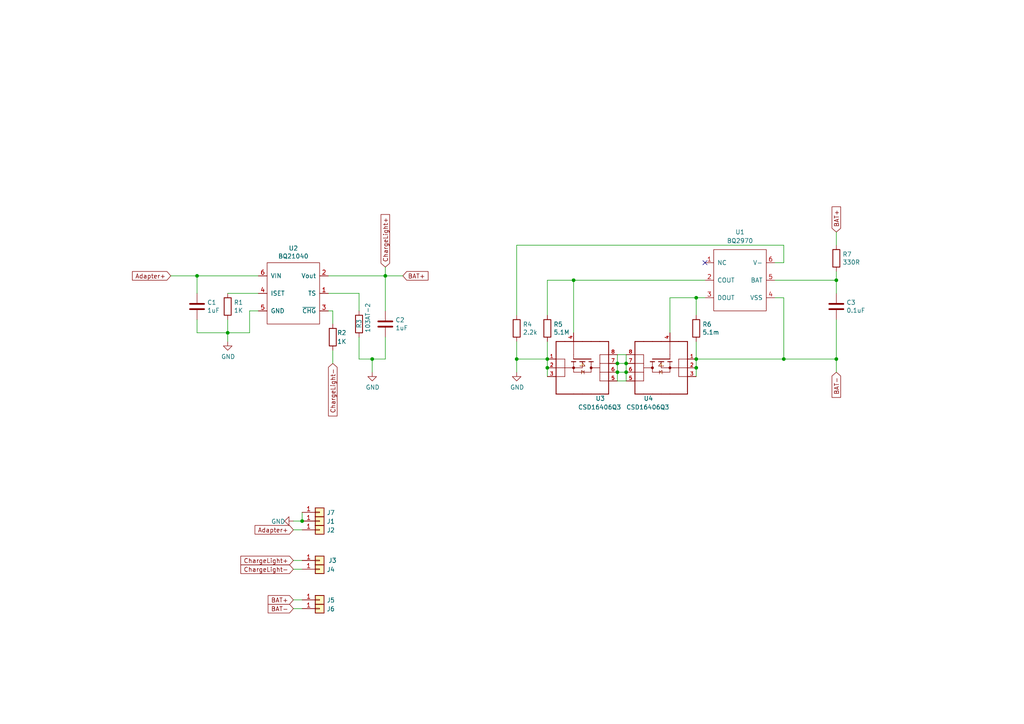
<source format=kicad_sch>
(kicad_sch (version 20211123) (generator eeschema)
  (paper "A4")
  (lib_symbols
    (symbol "BQ21040:BQ21040" (pin_names (offset 1.016))
      (property "Reference" "U" (at 0 12.7 0))
      (property "Value" "BQ21040" (at 0 10.16 0))
      (symbol "BQ21040_1_1"
        (rectangle (start -7.62 8.89) (end 7.62 -8.89))
        (pin input line (at 10.16 0 180) (length 2.54) (name "TS") (number "1"))
        (pin input line (at 10.16 5.08 180) (length 2.54) (name "Vout") (number "2"))
        (pin input line (at 10.16 -5.08 180) (length 2.54) (name "~{CHG}") (number "3"))
        (pin input line (at -10.16 0 0) (length 2.54) (name "ISET") (number "4"))
        (pin passive line (at -10.16 -5.08 0) (length 2.54) (name "GND") (number "5"))
        (pin input line (at -10.16 5.08 0) (length 2.54) (name "VIN") (number "6"))
      )
    )
    (symbol "BQ2970:BQ2970" (pin_names (offset 1.016))
      (property "Reference" "U" (at 0 10.16 0))
      (property "Value" "BQ2970" (at 0 10.16 0))
      (symbol "BQ2970_1_1"
        (rectangle (start -7.62 8.89) (end 7.62 -8.89))
        (pin input line (at -10.16 5.08 0) (length 2.54) (name "NC") (number "1"))
        (pin input line (at -10.16 0 0) (length 2.54) (name "COUT") (number "2"))
        (pin passive line (at -10.16 -5.08 0) (length 2.54) (name "DOUT") (number "3"))
        (pin input line (at 10.16 -5.08 180) (length 2.54) (name "VSS") (number "4"))
        (pin input line (at 10.16 0 180) (length 2.54) (name "BAT") (number "5"))
        (pin input line (at 10.16 5.08 180) (length 2.54) (name "V-") (number "6"))
      )
    )
    (symbol "CSD16406Q3:CSD16406Q3" (pin_names (offset 1.016))
      (property "Reference" "U" (at 0 16.51 0))
      (property "Value" "CSD16406Q3" (at 0 16.51 0))
      (symbol "CSD16406Q3_1_1"
        (circle (center 0 -2.54) (radius 0.2032) (stroke (width 0.4064)))
        (polyline (pts (xy -7.62 -7.62) (xy -7.62 -5.08)) (stroke (width 0.254)))
        (polyline (pts (xy -7.62 -5.08) (xy -7.62 0)) (stroke (width 0.254)))
        (polyline (pts (xy -7.62 -2.54) (xy -3.81 -2.54)) (stroke (width 0.1524)))
        (polyline (pts (xy -7.62 0) (xy -7.62 2.54)) (stroke (width 0.254)))
        (polyline (pts (xy -7.62 2.54) (xy -7.62 5.08)) (stroke (width 0.254)))
        (polyline (pts (xy -7.62 5.08) (xy -7.62 7.62)) (stroke (width 0.254)))
        (polyline (pts (xy -7.62 7.62) (xy 7.62 7.62)) (stroke (width 0.254)))
        (polyline (pts (xy -3.81 -2.54) (xy -2.54 -2.54)) (stroke (width 0.1524)))
        (polyline (pts (xy -3.81 5.08) (xy -3.81 7.62)) (stroke (width 0.1524)))
        (polyline (pts (xy -2.54 -7.62) (xy -2.54 -5.08)) (stroke (width 0.1524)))
        (polyline (pts (xy -2.54 -5.08) (xy 0 -5.08)) (stroke (width 0.1524)))
        (polyline (pts (xy -2.54 2.54) (xy -2.54 -2.54)) (stroke (width 0.254)))
        (polyline (pts (xy -1.778 -2.54) (xy -1.778 -3.175)) (stroke (width 0.254)))
        (polyline (pts (xy -1.778 -1.905) (xy -1.778 -2.54)) (stroke (width 0.254)))
        (polyline (pts (xy -1.778 0) (xy -1.778 -0.762)) (stroke (width 0.254)))
        (polyline (pts (xy -1.778 0) (xy 0 0)) (stroke (width 0.1524)))
        (polyline (pts (xy -1.778 0.762) (xy -1.778 0)) (stroke (width 0.254)))
        (polyline (pts (xy -1.778 2.54) (xy -1.778 1.905)) (stroke (width 0.254)))
        (polyline (pts (xy -1.778 2.54) (xy 0 2.54)) (stroke (width 0.1524)))
        (polyline (pts (xy -1.778 3.175) (xy -1.778 2.54)) (stroke (width 0.254)))
        (polyline (pts (xy -1.27 5.08) (xy -3.81 5.08)) (stroke (width 0.1524)))
        (polyline (pts (xy -1.27 5.08) (xy -1.27 7.62)) (stroke (width 0.1524)))
        (polyline (pts (xy 0 -7.62) (xy 0 -5.08)) (stroke (width 0.1524)))
        (polyline (pts (xy 0 -5.08) (xy 2.54 -5.08)) (stroke (width 0.1524)))
        (polyline (pts (xy 0 -3.81) (xy 0 -5.08)))
        (polyline (pts (xy 0 -3.81) (xy 0 -2.54)) (stroke (width 0.1524)))
        (polyline (pts (xy 0 -2.54) (xy -1.778 -2.54)) (stroke (width 0.1524)))
        (polyline (pts (xy 0 -2.54) (xy 1.27 -2.54)) (stroke (width 0.1524)))
        (polyline (pts (xy 0 0) (xy 0 -2.54)) (stroke (width 0.1524)))
        (polyline (pts (xy 0 2.54) (xy 1.27 2.54)) (stroke (width 0.1524)))
        (polyline (pts (xy 0 5.08) (xy 0 2.54)) (stroke (width 0.1524)))
        (polyline (pts (xy 1.27 0.508) (xy 0.762 0.508)) (stroke (width 0.1524)))
        (polyline (pts (xy 1.27 0.508) (xy 1.27 -2.54)) (stroke (width 0.1524)))
        (polyline (pts (xy 1.27 2.54) (xy 1.27 0.508)) (stroke (width 0.1524)))
        (polyline (pts (xy 1.27 5.08) (xy -1.27 5.08)) (stroke (width 0.1524)))
        (polyline (pts (xy 1.27 5.08) (xy 1.27 7.62)) (stroke (width 0.1524)))
        (polyline (pts (xy 1.778 0.508) (xy 1.27 0.508)) (stroke (width 0.1524)))
        (polyline (pts (xy 2.54 -5.08) (xy 2.54 -7.62)) (stroke (width 0.1524)))
        (polyline (pts (xy 3.81 5.08) (xy 1.27 5.08)) (stroke (width 0.1524)))
        (polyline (pts (xy 3.81 5.08) (xy 3.81 7.62)) (stroke (width 0.1524)))
        (polyline (pts (xy 7.62 -7.62) (xy -7.62 -7.62)) (stroke (width 0.254)))
        (polyline (pts (xy 7.62 -2.54) (xy 7.62 -7.62)) (stroke (width 0.254)))
        (polyline (pts (xy 7.62 0) (xy 7.62 -2.54)) (stroke (width 0.254)))
        (polyline (pts (xy 7.62 2.54) (xy 7.62 0)) (stroke (width 0.254)))
        (polyline (pts (xy 7.62 5.08) (xy 7.62 2.54)) (stroke (width 0.254)))
        (polyline (pts (xy 7.62 7.62) (xy 7.62 5.08)) (stroke (width 0.254)))
        (polyline (pts (xy -1.524 0) (xy -0.508 0.762) (xy -0.508 -0.762)) (stroke (width 0.1524)) (fill (type background)))
        (polyline (pts (xy 1.27 0.508) (xy 0.762 -0.254) (xy 1.778 -0.254)) (stroke (width 0.1524)) (fill (type background)))
        (circle (center 0 2.54) (radius 0.2032) (stroke (width 0.4064)))
        (pin passive line (at -2.54 -10.16 90) (length 2.54) (name "~") (number "1"))
        (pin passive line (at 0 -10.16 90) (length 2.54) (name "~") (number "2"))
        (pin passive line (at 2.54 -10.16 90) (length 2.54) (name "~") (number "3"))
        (pin passive line (at -10.16 -2.54 0) (length 2.54) (name "~") (number "4"))
        (pin passive line (at 3.81 10.16 270) (length 2.54) (name "~") (number "5"))
        (pin passive line (at 1.27 10.16 270) (length 2.54) (name "~") (number "6"))
        (pin passive line (at -1.27 10.16 270) (length 2.54) (name "~") (number "7"))
        (pin passive line (at -3.81 10.16 270) (length 2.54) (name "~") (number "8"))
      )
    )
    (symbol "Connector_Generic:Conn_01x01" (pin_names (offset 1.016) hide)
      (property "Reference" "J" (at 0 2.54 0))
      (property "Value" "Conn_01x01" (at 0 -2.54 0))
      (symbol "Conn_01x01_1_1"
        (rectangle (start -1.27 0.127) (end 0 -0.127) (stroke (width 0.1524)))
        (rectangle (start -1.27 1.27) (end 1.27 -1.27) (stroke (width 0.254)) (fill (type background)))
        (pin passive line (at -5.08 0 0) (length 3.81) (name "Pin_1") (number "1"))
      )
    )
    (symbol "Device:C" (pin_numbers hide) (pin_names (offset 0.254))
      (property "Reference" "C" (at 0.635 2.54 0))
      (property "Value" "C" (at 0.635 -2.54 0))
      (symbol "C_0_1"
        (polyline (pts (xy -2.032 -0.762) (xy 2.032 -0.762)) (stroke (width 0.508)))
        (polyline (pts (xy -2.032 0.762) (xy 2.032 0.762)) (stroke (width 0.508)))
      )
      (symbol "C_1_1"
        (pin passive line (at 0 3.81 270) (length 2.794) (name "~") (number "1"))
        (pin passive line (at 0 -3.81 90) (length 2.794) (name "~") (number "2"))
      )
    )
    (symbol "Device:R" (pin_numbers hide) (pin_names (offset 0))
      (property "Reference" "R" (at 2.032 0 90))
      (property "Value" "R" (at 0 0 90))
      (symbol "R_0_1"
        (rectangle (start -1.016 -2.54) (end 1.016 2.54) (stroke (width 0.254)))
      )
      (symbol "R_1_1"
        (pin passive line (at 0 3.81 270) (length 1.27) (name "~") (number "1"))
        (pin passive line (at 0 -3.81 90) (length 1.27) (name "~") (number "2"))
      )
    )
    (symbol "power:GND" (power) (pin_names (offset 0))
      (property "Value" "GND" (at 0 -3.81 0))
      (symbol "GND_0_1"
        (polyline (pts (xy 0 0) (xy 0 -1.27) (xy 1.27 -1.27) (xy 0 -2.54) (xy -1.27 -1.27) (xy 0 -1.27)))
      )
      (symbol "GND_1_1"
        (pin power_in line (at 0 0 270) (length 0) hide (name "GND") (number "1"))
      )
    )
  )
  (junction (at 158.75 106.68))
  (junction (at 166.37 81.28))
  (junction (at 179.07 105.41))
  (junction (at 227.33 104.14))
  (junction (at 242.57 104.14))
  (junction (at 158.75 104.14))
  (junction (at 107.95 104.14))
  (junction (at 201.93 86.36))
  (junction (at 201.93 106.68))
  (junction (at 179.07 107.95))
  (junction (at 87.63 151.13))
  (junction (at 181.61 107.95))
  (junction (at 242.57 81.28))
  (junction (at 201.93 104.14))
  (junction (at 111.76 80.01))
  (junction (at 181.61 105.41))
  (junction (at 149.86 104.14))
  (junction (at 66.04 96.52))
  (junction (at 57.15 80.01))
  (no_connect (at 204.47 76.2))
  (wire (pts (xy 181.61 102.87) (xy 181.61 105.41)))
  (wire (pts (xy 95.25 85.09) (xy 104.14 85.09)))
  (wire (pts (xy 149.86 99.06) (xy 149.86 104.14)))
  (wire (pts (xy 104.14 97.79) (xy 104.14 104.14)))
  (wire (pts (xy 242.57 81.28) (xy 242.57 85.09)))
  (wire (pts (xy 87.63 165.1) (xy 85.09 165.1)))
  (wire (pts (xy 227.33 86.36) (xy 224.79 86.36)))
  (wire (pts (xy 242.57 67.31) (xy 242.57 71.12)))
  (wire (pts (xy 158.75 104.14) (xy 158.75 106.68)))
  (wire (pts (xy 224.79 81.28) (xy 242.57 81.28)))
  (wire (pts (xy 227.33 86.36) (xy 227.33 104.14)))
  (wire (pts (xy 179.07 107.95) (xy 181.61 107.95)))
  (wire (pts (xy 179.07 105.41) (xy 181.61 105.41)))
  (wire (pts (xy 57.15 96.52) (xy 66.04 96.52)))
  (wire (pts (xy 181.61 105.41) (xy 181.61 107.95)))
  (wire (pts (xy 158.75 91.44) (xy 158.75 81.28)))
  (wire (pts (xy 149.86 104.14) (xy 149.86 107.95)))
  (wire (pts (xy 111.76 104.14) (xy 107.95 104.14)))
  (wire (pts (xy 158.75 81.28) (xy 166.37 81.28)))
  (wire (pts (xy 204.47 81.28) (xy 166.37 81.28)))
  (wire (pts (xy 87.63 148.59) (xy 87.63 151.13)))
  (wire (pts (xy 111.76 97.79) (xy 111.76 104.14)))
  (wire (pts (xy 201.93 106.68) (xy 201.93 109.22)))
  (wire (pts (xy 57.15 92.71) (xy 57.15 96.52)))
  (wire (pts (xy 179.07 110.49) (xy 181.61 110.49)))
  (wire (pts (xy 74.93 80.01) (xy 57.15 80.01)))
  (wire (pts (xy 179.07 105.41) (xy 179.07 107.95)))
  (wire (pts (xy 179.07 107.95) (xy 179.07 110.49)))
  (wire (pts (xy 72.39 90.17) (xy 72.39 96.52)))
  (wire (pts (xy 87.63 153.67) (xy 85.09 153.67)))
  (wire (pts (xy 104.14 85.09) (xy 104.14 90.17)))
  (wire (pts (xy 116.84 80.01) (xy 111.76 80.01)))
  (wire (pts (xy 166.37 81.28) (xy 166.37 96.52)))
  (wire (pts (xy 95.25 80.01) (xy 111.76 80.01)))
  (wire (pts (xy 227.33 76.2) (xy 227.33 71.12)))
  (wire (pts (xy 242.57 92.71) (xy 242.57 104.14)))
  (wire (pts (xy 201.93 99.06) (xy 201.93 104.14)))
  (wire (pts (xy 57.15 80.01) (xy 57.15 85.09)))
  (wire (pts (xy 66.04 96.52) (xy 66.04 99.06)))
  (wire (pts (xy 85.09 162.56) (xy 87.63 162.56)))
  (wire (pts (xy 158.75 99.06) (xy 158.75 104.14)))
  (wire (pts (xy 224.79 76.2) (xy 227.33 76.2)))
  (wire (pts (xy 87.63 176.53) (xy 85.09 176.53)))
  (wire (pts (xy 242.57 81.28) (xy 242.57 78.74)))
  (wire (pts (xy 242.57 104.14) (xy 227.33 104.14)))
  (wire (pts (xy 194.31 86.36) (xy 194.31 96.52)))
  (wire (pts (xy 85.09 173.99) (xy 87.63 173.99)))
  (wire (pts (xy 227.33 71.12) (xy 149.86 71.12)))
  (wire (pts (xy 85.09 151.13) (xy 87.63 151.13)))
  (wire (pts (xy 158.75 104.14) (xy 149.86 104.14)))
  (wire (pts (xy 201.93 86.36) (xy 204.47 86.36)))
  (wire (pts (xy 74.93 85.09) (xy 66.04 85.09)))
  (wire (pts (xy 158.75 106.68) (xy 158.75 109.22)))
  (wire (pts (xy 96.52 101.6) (xy 96.52 105.41)))
  (wire (pts (xy 66.04 96.52) (xy 66.04 92.71)))
  (wire (pts (xy 242.57 107.95) (xy 242.57 104.14)))
  (wire (pts (xy 194.31 86.36) (xy 201.93 86.36)))
  (wire (pts (xy 201.93 91.44) (xy 201.93 86.36)))
  (wire (pts (xy 179.07 102.87) (xy 179.07 105.41)))
  (wire (pts (xy 149.86 71.12) (xy 149.86 91.44)))
  (wire (pts (xy 179.07 102.87) (xy 181.61 102.87)))
  (wire (pts (xy 96.52 90.17) (xy 96.52 93.98)))
  (wire (pts (xy 181.61 107.95) (xy 181.61 110.49)))
  (wire (pts (xy 107.95 104.14) (xy 107.95 107.95)))
  (wire (pts (xy 72.39 96.52) (xy 66.04 96.52)))
  (wire (pts (xy 74.93 90.17) (xy 72.39 90.17)))
  (wire (pts (xy 201.93 104.14) (xy 227.33 104.14)))
  (wire (pts (xy 107.95 104.14) (xy 104.14 104.14)))
  (wire (pts (xy 57.15 80.01) (xy 49.53 80.01)))
  (wire (pts (xy 111.76 77.47) (xy 111.76 80.01)))
  (wire (pts (xy 201.93 104.14) (xy 201.93 106.68)))
  (wire (pts (xy 111.76 80.01) (xy 111.76 90.17)))
  (wire (pts (xy 95.25 90.17) (xy 96.52 90.17)))
  (global_label "ChargeLight-" (shape input) (at 96.52 105.41 270) (property "Intersheet References" "${INTERSHEET_REFS}" (effects hide)))
  (global_label "BAT-" (shape input) (at 242.57 107.95 270) (property "Intersheet References" "${INTERSHEET_REFS}" (effects hide)))
  (global_label "Adapter+" (shape input) (at 85.09 153.67 180) (property "Intersheet References" "${INTERSHEET_REFS}" (effects hide)))
  (global_label "BAT+" (shape input) (at 85.09 173.99 180) (property "Intersheet References" "${INTERSHEET_REFS}" (effects hide)))
  (global_label "Adapter+" (shape input) (at 49.53 80.01 180) (property "Intersheet References" "${INTERSHEET_REFS}" (effects hide)))
  (global_label "BAT+" (shape input) (at 242.57 67.31 90) (property "Intersheet References" "${INTERSHEET_REFS}" (effects hide)))
  (global_label "ChargeLight+" (shape input) (at 111.76 77.47 90) (property "Intersheet References" "${INTERSHEET_REFS}" (effects hide)))
  (global_label "ChargeLight-" (shape input) (at 85.09 165.1 180) (property "Intersheet References" "${INTERSHEET_REFS}" (effects hide)))
  (global_label "BAT-" (shape input) (at 85.09 176.53 180) (property "Intersheet References" "${INTERSHEET_REFS}" (effects hide)))
  (global_label "BAT+" (shape input) (at 116.84 80.01 0) (property "Intersheet References" "${INTERSHEET_REFS}" (effects hide)))
  (global_label "ChargeLight+" (shape input) (at 85.09 162.56 180) (property "Intersheet References" "${INTERSHEET_REFS}" (effects hide)))
  (symbol (lib_id "CSD16406Q3:CSD16406Q3") (at 168.91 106.68 270) (unit 1)
    (property "Reference" "U3" (at 172.72 115.57 90) (effects (justify left)))
    (property "Value" "CSD16406Q3" (at 167.64 118.11 90) (effects (justify left)))
    (property "Footprint" "CSD16406Q3:CSD16406Q3" (effects hide))
    (property "AVAILABILITY" "Good" (effects hide))
    (property "MOUSER-PURCHASE-URL" "https://snapeda.com/shop?store=Mouser&id=288071" (effects hide))
    (property "MF" "Texas Instruments" (effects hide))
    (property "DESCRIPTION" "25V, N ch NexFET MOSFET, single SON3x3, 7.4mOhm 8-VSON-CLIP -55 to 150" (effects hide))
    (property "TEXAS_INSTRUMENTS-PURCHASE-URL" "https://snapeda.com/shop?store=Texas+Instruments&id=288071" (effects hide))
    (property "PRICE" "None" (effects hide))
    (property "PACKAGE" "VSON-CLIP-8 Texas Instruments" (effects hide))
    (property "MP" "CSD16406Q3" (effects hide))
    (property "DIGIKEY-PURCHASE-URL" "https://snapeda.com/shop?store=DigiKey&id=288071" (effects hide))
  )
  (symbol (lib_id "BQ2970:BQ2970") (at 214.63 81.28 0) (unit 1)
    (property "Reference" "U1" (at 214.63 67.31 0))
    (property "Value" "BQ2970" (at 214.63 69.85 0))
    (property "Footprint" "Package_SON:WSON-6_1.5x1.5mm_P0.5mm" (effects hide))
  )
  (symbol (lib_id "BQ21040:BQ21040") (at 85.09 85.09 0) (unit 1)
    (property "Reference" "U2" (at 85.09 72.009 0))
    (property "Value" "BQ21040" (at 85.09 74.3204 0))
    (property "Footprint" "Package_TO_SOT_SMD:SOT-23-6" (effects hide))
  )
  (symbol (lib_id "CSD16406Q3:CSD16406Q3") (at 191.77 106.68 90) (mirror x) (unit 1)
    (property "Reference" "U4" (at 186.69 115.57 90) (effects (justify right)))
    (property "Value" "CSD16406Q3" (at 181.61 118.11 90) (effects (justify right)))
    (property "Footprint" "CSD16406Q3:CSD16406Q3" (effects hide))
    (property "AVAILABILITY" "Good" (effects hide))
    (property "MOUSER-PURCHASE-URL" "https://snapeda.com/shop?store=Mouser&id=288071" (effects hide))
    (property "MF" "Texas Instruments" (effects hide))
    (property "DESCRIPTION" "25V, N ch NexFET MOSFET, single SON3x3, 7.4mOhm 8-VSON-CLIP -55 to 150" (effects hide))
    (property "TEXAS_INSTRUMENTS-PURCHASE-URL" "https://snapeda.com/shop?store=Texas+Instruments&id=288071" (effects hide))
    (property "PRICE" "None" (effects hide))
    (property "PACKAGE" "VSON-CLIP-8 Texas Instruments" (effects hide))
    (property "MP" "CSD16406Q3" (effects hide))
    (property "DIGIKEY-PURCHASE-URL" "https://snapeda.com/shop?store=DigiKey&id=288071" (effects hide))
  )
  (symbol (lib_id "Device:C") (at 57.15 88.9 0) (unit 1)
    (property "Reference" "C1" (at 60.071 87.7316 0) (effects (justify left)))
    (property "Value" "1uF" (at 60.071 90.043 0) (effects (justify left)))
    (property "Footprint" "Capacitor_SMD:C_0603_1608Metric" (effects hide))
  )
  (symbol (lib_id "Device:R") (at 66.04 88.9 0) (unit 1)
    (property "Reference" "R1" (at 67.818 87.7316 0) (effects (justify left)))
    (property "Value" "1K" (at 67.818 90.043 0) (effects (justify left)))
    (property "Footprint" "Resistor_SMD:R_0402_1005Metric" (effects hide))
  )
  (symbol (lib_id "Device:R") (at 96.52 97.79 0) (unit 1)
    (property "Reference" "R2" (at 97.79 96.52 0) (effects (justify left)))
    (property "Value" "1K" (at 97.79 99.06 0) (effects (justify left)))
    (property "Footprint" "Resistor_SMD:R_0402_1005Metric" (effects hide))
  )
  (symbol (lib_id "Device:R") (at 104.14 93.98 0) (unit 1)
    (property "Reference" "R3" (at 104.14 95.25 90) (effects (justify left)))
    (property "Value" "103AT-2" (at 106.68 96.52 90) (effects (justify left)))
    (property "Footprint" "Resistor_THT:R_Axial_DIN0204_L3.6mm_D1.6mm_P1.90mm_Vertical" (effects hide))
  )
  (symbol (lib_id "Device:C") (at 111.76 93.98 0) (unit 1)
    (property "Reference" "C2" (at 114.681 92.8116 0) (effects (justify left)))
    (property "Value" "1uF" (at 114.681 95.123 0) (effects (justify left)))
    (property "Footprint" "Capacitor_SMD:C_0603_1608Metric" (effects hide))
  )
  (symbol (lib_id "Device:R") (at 158.75 95.25 0) (unit 1)
    (property "Reference" "R5" (at 160.528 94.0816 0) (effects (justify left)))
    (property "Value" "5.1M" (at 160.528 96.393 0) (effects (justify left)))
    (property "Footprint" "Resistor_SMD:R_0402_1005Metric" (effects hide))
  )
  (symbol (lib_id "Device:R") (at 201.93 95.25 0) (unit 1)
    (property "Reference" "R6" (at 203.708 94.0816 0) (effects (justify left)))
    (property "Value" "5.1m" (at 203.708 96.393 0) (effects (justify left)))
    (property "Footprint" "Resistor_SMD:R_0402_1005Metric" (effects hide))
  )
  (symbol (lib_id "Device:R") (at 149.86 95.25 0) (unit 1)
    (property "Reference" "R4" (at 151.638 94.0816 0) (effects (justify left)))
    (property "Value" "2.2k" (at 151.638 96.393 0) (effects (justify left)))
    (property "Footprint" "Resistor_SMD:R_0402_1005Metric" (effects hide))
  )
  (symbol (lib_id "Device:C") (at 242.57 88.9 0) (unit 1)
    (property "Reference" "C3" (at 245.491 87.7316 0) (effects (justify left)))
    (property "Value" "0.1uF" (at 245.491 90.043 0) (effects (justify left)))
    (property "Footprint" "Capacitor_SMD:C_0402_1005Metric" (effects hide))
  )
  (symbol (lib_id "Device:R") (at 242.57 74.93 0) (unit 1)
    (property "Reference" "R7" (at 244.348 73.7616 0) (effects (justify left)))
    (property "Value" "330R" (at 244.348 76.073 0) (effects (justify left)))
    (property "Footprint" "Resistor_SMD:R_0402_1005Metric" (effects hide))
  )
  (symbol (lib_id "Connector_Generic:Conn_01x01") (at 92.71 148.59 0) (unit 1)
    (property "Reference" "J7" (at 94.742 148.6916 0) (effects (justify left)))
    (property "Value" "Conn_01x01" (effects hide))
    (property "Footprint" "TestPoint:TestPoint_Pad_2.0x2.0mm" (effects hide))
  )
  (symbol (lib_id "Connector_Generic:Conn_01x01") (at 92.71 151.13 0) (unit 1)
    (property "Reference" "J1" (at 94.742 151.2316 0) (effects (justify left)))
    (property "Value" "Conn_01x01" (effects hide))
    (property "Footprint" "TestPoint:TestPoint_Pad_2.0x2.0mm" (effects hide))
  )
  (symbol (lib_id "Connector_Generic:Conn_01x01") (at 92.71 153.67 0) (unit 1)
    (property "Reference" "J2" (at 94.742 153.7716 0) (effects (justify left)))
    (property "Value" "Conn_01x01" (effects hide))
    (property "Footprint" "TestPoint:TestPoint_Pad_2.0x2.0mm" (effects hide))
  )
  (symbol (lib_id "Connector_Generic:Conn_01x01") (at 92.71 162.56 0) (unit 1)
    (property "Reference" "J3" (at 95.25 162.56 0) (effects (justify left)))
    (property "Value" "Conn_01x01" (effects hide))
    (property "Footprint" "TestPoint:TestPoint_Pad_2.0x2.0mm" (effects hide))
  )
  (symbol (lib_id "Connector_Generic:Conn_01x01") (at 92.71 165.1 0) (unit 1)
    (property "Reference" "J4" (at 94.742 165.2016 0) (effects (justify left)))
    (property "Value" "Conn_01x01" (effects hide))
    (property "Footprint" "TestPoint:TestPoint_Pad_2.0x2.0mm" (effects hide))
  )
  (symbol (lib_id "Connector_Generic:Conn_01x01") (at 92.71 173.99 0) (unit 1)
    (property "Reference" "J5" (at 94.742 174.0916 0) (effects (justify left)))
    (property "Value" "Conn_01x01" (effects hide))
    (property "Footprint" "TestPoint:TestPoint_Pad_2.0x2.0mm" (effects hide))
  )
  (symbol (lib_id "Connector_Generic:Conn_01x01") (at 92.71 176.53 0) (unit 1)
    (property "Reference" "J6" (at 94.742 176.6316 0) (effects (justify left)))
    (property "Value" "Conn_01x01" (effects hide))
    (property "Footprint" "TestPoint:TestPoint_Pad_2.0x2.0mm" (effects hide))
  )
  (symbol (lib_id "power:GND") (at 66.04 99.06 0) (unit 1)
    (property "Reference" "#PWR01" (effects hide))
    (property "Value" "GND" (at 66.167 103.4542 0))
  )
  (symbol (lib_id "power:GND") (at 107.95 107.95 0) (unit 1)
    (property "Reference" "#PWR03" (effects hide))
    (property "Value" "GND" (at 108.077 112.3442 0))
  )
  (symbol (lib_id "power:GND") (at 149.86 107.95 0) (unit 1)
    (property "Reference" "#PWR04" (effects hide))
    (property "Value" "GND" (at 149.987 112.3442 0))
  )
  (symbol (lib_id "power:GND") (at 85.09 151.13 270) (unit 1)
    (property "Reference" "#PWR02" (effects hide))
    (property "Value" "GND" (at 80.6958 151.257 90))
  )
)
</source>
